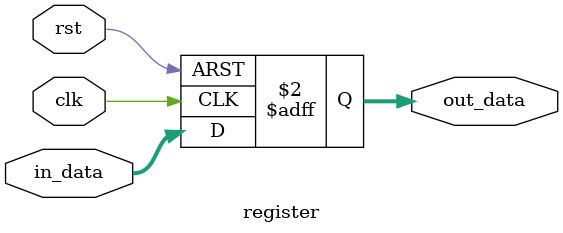
<source format=v>
`timescale 1ns / 1ps


module register#(parameter WIDTH=32)(input [WIDTH-1:0] in_data,
input clk,rst,
output reg [WIDTH-1:0] out_data

    );
    always @(posedge clk,posedge rst)
    begin
        if(rst)
            out_data<=32'b0;
        else
            out_data<=in_data;
    end
endmodule

</source>
